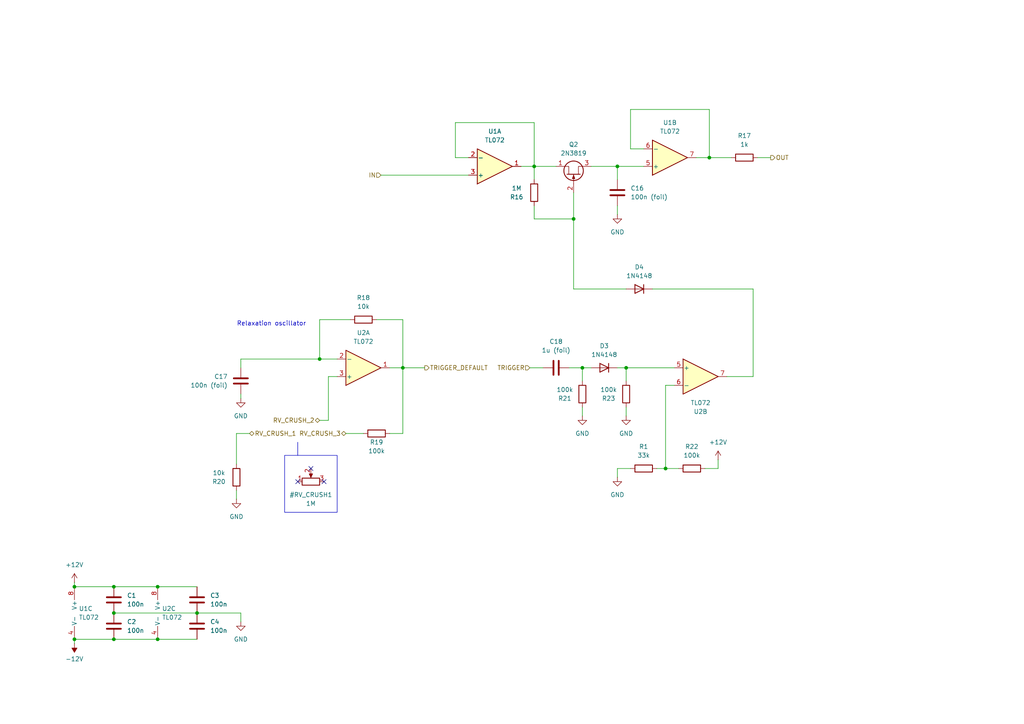
<source format=kicad_sch>
(kicad_sch (version 20250114) (generator "eeschema") (generator_version "9.0")
  (paper "A4")
  (lib_symbols
    (symbol "Amplifier_Operational:TL072" (pin_names (offset 0.127))
      (property "Reference" "U" (at 0 5.08 0))
      (property "Value" "TL072" (at 0 -5.08 0))
      (symbol "TL072_1_1"
        (polyline (pts (xy -5.08 5.08) (xy 5.08 0) (xy -5.08 -5.08) (xy -5.08 5.08)) (stroke (width 0.254)) (fill (type background)))
        (pin input line (at -7.62 2.54 0) (length 2.54) (name "+") (number "3"))
        (pin input line (at -7.62 -2.54 0) (length 2.54) (name "-") (number "2"))
        (pin output line (at 7.62 0 180) (length 2.54) (name "~") (number "1"))
      )
      (symbol "TL072_2_1"
        (polyline (pts (xy -5.08 5.08) (xy 5.08 0) (xy -5.08 -5.08) (xy -5.08 5.08)) (stroke (width 0.254)) (fill (type background)))
        (pin input line (at -7.62 2.54 0) (length 2.54) (name "+") (number "5"))
        (pin input line (at -7.62 -2.54 0) (length 2.54) (name "-") (number "6"))
        (pin output line (at 7.62 0 180) (length 2.54) (name "~") (number "7"))
      )
      (symbol "TL072_3_1"
        (pin power_in line (at -2.54 7.62 270) (length 3.81) (name "V+") (number "8"))
        (pin power_in line (at -2.54 -7.62 90) (length 3.81) (name "V-") (number "4"))
      )
    )
    (symbol "Device:C" (pin_numbers (hide yes)) (pin_names (offset 0.254))
      (property "Reference" "C" (at 0.635 2.54 0))
      (property "Value" "C" (at 0.635 -2.54 0))
      (symbol "C_0_1"
        (polyline (pts (xy -2.032 0.762) (xy 2.032 0.762)) (stroke (width 0.508)))
        (polyline (pts (xy -2.032 -0.762) (xy 2.032 -0.762)) (stroke (width 0.508)))
      )
      (symbol "C_1_1"
        (pin passive line (at 0 3.81 270) (length 2.794) (name "~") (number "1"))
        (pin passive line (at 0 -3.81 90) (length 2.794) (name "~") (number "2"))
      )
    )
    (symbol "Device:D" (pin_numbers (hide yes)) (pin_names (offset 1.016) (hide yes))
      (property "Reference" "D" (at 0 2.54 0))
      (property "Value" "D" (at 0 -2.54 0))
      (symbol "D_0_1"
        (polyline (pts (xy -1.27 1.27) (xy -1.27 -1.27)) (stroke (width 0.254)))
        (polyline (pts (xy 1.27 1.27) (xy 1.27 -1.27) (xy -1.27 0) (xy 1.27 1.27)) (stroke (width 0.254)))
        (polyline (pts (xy 1.27 0) (xy -1.27 0)))
      )
      (symbol "D_1_1"
        (pin passive line (at -3.81 0 0) (length 2.54) (name "K") (number "1"))
        (pin passive line (at 3.81 0 180) (length 2.54) (name "A") (number "2"))
      )
    )
    (symbol "Device:R" (pin_numbers (hide yes)) (pin_names (offset 0))
      (property "Reference" "R" (at 2.032 0 90))
      (property "Value" "R" (at 0 0 90))
      (symbol "R_0_1"
        (rectangle (start -1.016 -2.54) (end 1.016 2.54) (stroke (width 0.254)))
      )
      (symbol "R_1_1"
        (pin passive line (at 0 3.81 270) (length 1.27) (name "~") (number "1"))
        (pin passive line (at 0 -3.81 90) (length 1.27) (name "~") (number "2"))
      )
    )
    (symbol "Device:R_Potentiometer" (pin_names (offset 1.016) (hide yes))
      (property "Reference" "RV" (at -4.445 0 90))
      (property "Value" "R_Potentiometer" (at -2.54 0 90))
      (symbol "R_Potentiometer_0_1"
        (rectangle (start 1.016 2.54) (end -1.016 -2.54) (stroke (width 0.254)))
        (polyline (pts (xy 1.143 0) (xy 2.286 0.508) (xy 2.286 -0.508) (xy 1.143 0)) (fill (type outline)))
        (polyline (pts (xy 2.54 0) (xy 1.524 0)))
      )
      (symbol "R_Potentiometer_1_1"
        (pin passive line (at 0 3.81 270) (length 1.27) (name "1") (number "1"))
        (pin passive line (at 0 -3.81 90) (length 1.27) (name "3") (number "3"))
        (pin passive line (at 3.81 0 180) (length 1.27) (name "2") (number "2"))
      )
    )
    (symbol "Transistor_FET:2N3819" (pin_names (hide yes))
      (property "Reference" "Q" (at 5.08 1.905 0))
      (property "Value" "2N3819" (at 5.08 0 0))
      (symbol "2N3819_0_1"
        (polyline (pts (xy 0 0) (xy -1.016 0.381) (xy -1.016 -0.381) (xy 0 0)) (fill (type outline)))
        (polyline (pts (xy 0.254 1.905) (xy 0.254 -1.905)) (stroke (width 0.254)))
        (polyline (pts (xy 0.254 0) (xy -2.54 0)))
        (circle (center 1.27 0) (radius 2.8194) (stroke (width 0.254)))
        (polyline (pts (xy 2.54 2.54) (xy 2.54 1.397) (xy 0.254 1.397)))
        (polyline (pts (xy 2.54 -2.54) (xy 2.54 -1.397) (xy 0.254 -1.397)))
      )
      (symbol "2N3819_1_1"
        (pin input line (at -5.08 0 0) (length 2.54) (name "G") (number "2"))
        (pin passive line (at 2.54 5.08 270) (length 2.54) (name "D") (number "1"))
        (pin passive line (at 2.54 -5.08 90) (length 2.54) (name "S") (number "3"))
      )
    )
    (symbol "power:+12V" (power) (pin_numbers (hide yes)) (pin_names (offset 0) (hide yes))
      (property "Value" "+12V" (at 0 3.556 0))
      (symbol "+12V_0_1"
        (polyline (pts (xy -0.762 1.27) (xy 0 2.54)))
        (polyline (pts (xy 0 2.54) (xy 0.762 1.27)))
        (polyline (pts (xy 0 0) (xy 0 2.54)))
      )
      (symbol "+12V_1_1"
        (pin power_in line (at 0 0 90) (length 0) (name "~") (number "1"))
      )
    )
    (symbol "power:-12V" (power) (pin_numbers (hide yes)) (pin_names (offset 0) (hide yes))
      (property "Value" "-12V" (at 0 3.556 0))
      (symbol "-12V_0_0"
        (pin power_in line (at 0 0 90) (length 0) (name "~") (number "1"))
      )
      (symbol "-12V_0_1"
        (polyline (pts (xy 0 0) (xy 0 1.27) (xy 0.762 1.27) (xy 0 2.54) (xy -0.762 1.27) (xy 0 1.27)) (fill (type outline)))
      )
    )
    (symbol "power:GND" (power) (pin_numbers (hide yes)) (pin_names (offset 0) (hide yes))
      (property "Value" "GND" (at 0 -3.81 0))
      (symbol "GND_0_1"
        (polyline (pts (xy 0 0) (xy 0 -1.27) (xy 1.27 -1.27) (xy 0 -2.54) (xy -1.27 -1.27) (xy 0 -1.27)))
      )
      (symbol "GND_1_1"
        (pin power_in line (at 0 0 270) (length 0) (name "~") (number "1"))
      )
    )
  )
  (rectangle (start 82.55 132.08) (end 97.79 148.59))
  (text "Relaxation oscillator" (at 78.74 93.98 0) (effects (font (size 1.27 1.27))))
  (junction (at 179.07 48.26))
  (junction (at 45.72 185.42))
  (junction (at 92.71 104.14))
  (junction (at 21.59 170.18))
  (junction (at 33.02 185.42))
  (junction (at 21.59 185.42))
  (junction (at 168.91 106.68))
  (junction (at 166.37 63.5))
  (junction (at 45.72 170.18))
  (junction (at 205.74 45.72))
  (junction (at 57.15 177.8))
  (junction (at 116.84 106.68))
  (junction (at 193.04 135.89))
  (junction (at 33.02 170.18))
  (junction (at 154.94 48.26))
  (junction (at 33.02 177.8))
  (junction (at 181.61 106.68))
  (no_connect (at 93.98 139.7))
  (no_connect (at 90.17 135.89))
  (no_connect (at 86.36 139.7))
  (wire (pts (xy 110.49 50.8) (xy 135.89 50.8)))
  (wire (pts (xy 181.61 106.68) (xy 179.07 106.68)))
  (wire (pts (xy 218.44 109.22) (xy 210.82 109.22)))
  (wire (pts (xy 154.94 35.56) (xy 154.94 48.26)))
  (wire (pts (xy 179.07 62.23) (xy 179.07 59.69)))
  (wire (pts (xy 166.37 63.5) (xy 166.37 55.88)))
  (wire (pts (xy 205.74 31.75) (xy 205.74 45.72)))
  (wire (pts (xy 33.02 177.8) (xy 57.15 177.8)))
  (wire (pts (xy 116.84 92.71) (xy 116.84 106.68)))
  (wire (pts (xy 97.79 109.22) (xy 95.25 109.22)))
  (wire (pts (xy 113.03 125.73) (xy 116.84 125.73)))
  (wire (pts (xy 168.91 106.68) (xy 168.91 110.49)))
  (wire (pts (xy 154.94 63.5) (xy 166.37 63.5)))
  (wire (pts (xy 95.25 121.92) (xy 92.71 121.92)))
  (wire (pts (xy 223.52 45.72) (xy 219.71 45.72)))
  (polyline (pts (xy 86.36 128.27) (xy 86.36 132.08)))
  (wire (pts (xy 218.44 109.22) (xy 218.44 83.82)))
  (wire (pts (xy 45.72 170.18) (xy 57.15 170.18)))
  (wire (pts (xy 116.84 125.73) (xy 116.84 106.68)))
  (wire (pts (xy 182.88 43.18) (xy 182.88 31.75)))
  (wire (pts (xy 166.37 83.82) (xy 181.61 83.82)))
  (wire (pts (xy 132.08 35.56) (xy 154.94 35.56)))
  (wire (pts (xy 168.91 120.65) (xy 168.91 118.11)))
  (wire (pts (xy 21.59 168.91) (xy 21.59 170.18)))
  (wire (pts (xy 190.5 135.89) (xy 193.04 135.89)))
  (wire (pts (xy 72.39 125.73) (xy 68.58 125.73)))
  (wire (pts (xy 116.84 106.68) (xy 123.19 106.68)))
  (wire (pts (xy 182.88 135.89) (xy 179.07 135.89)))
  (wire (pts (xy 69.85 115.57) (xy 69.85 114.3)))
  (wire (pts (xy 92.71 92.71) (xy 92.71 104.14)))
  (wire (pts (xy 21.59 185.42) (xy 33.02 185.42)))
  (wire (pts (xy 68.58 144.78) (xy 68.58 142.24)))
  (wire (pts (xy 208.28 133.35) (xy 208.28 135.89)))
  (wire (pts (xy 154.94 48.26) (xy 151.13 48.26)))
  (wire (pts (xy 205.74 45.72) (xy 201.93 45.72)))
  (wire (pts (xy 182.88 31.75) (xy 205.74 31.75)))
  (wire (pts (xy 68.58 125.73) (xy 68.58 134.62)))
  (wire (pts (xy 45.72 185.42) (xy 57.15 185.42)))
  (wire (pts (xy 21.59 186.69) (xy 21.59 185.42)))
  (wire (pts (xy 101.6 92.71) (xy 92.71 92.71)))
  (wire (pts (xy 218.44 83.82) (xy 189.23 83.82)))
  (wire (pts (xy 154.94 48.26) (xy 154.94 52.07)))
  (wire (pts (xy 92.71 104.14) (xy 97.79 104.14)))
  (wire (pts (xy 153.67 106.68) (xy 157.48 106.68)))
  (wire (pts (xy 69.85 180.34) (xy 69.85 177.8)))
  (wire (pts (xy 208.28 135.89) (xy 204.47 135.89)))
  (wire (pts (xy 33.02 185.42) (xy 45.72 185.42)))
  (wire (pts (xy 193.04 135.89) (xy 193.04 111.76)))
  (wire (pts (xy 193.04 135.89) (xy 196.85 135.89)))
  (wire (pts (xy 205.74 45.72) (xy 212.09 45.72)))
  (wire (pts (xy 109.22 92.71) (xy 116.84 92.71)))
  (wire (pts (xy 181.61 106.68) (xy 181.61 110.49)))
  (wire (pts (xy 154.94 48.26) (xy 161.29 48.26)))
  (wire (pts (xy 21.59 170.18) (xy 33.02 170.18)))
  (wire (pts (xy 166.37 63.5) (xy 166.37 83.82)))
  (wire (pts (xy 171.45 106.68) (xy 168.91 106.68)))
  (wire (pts (xy 179.07 48.26) (xy 179.07 52.07)))
  (wire (pts (xy 69.85 104.14) (xy 92.71 104.14)))
  (wire (pts (xy 69.85 106.68) (xy 69.85 104.14)))
  (wire (pts (xy 132.08 45.72) (xy 132.08 35.56)))
  (wire (pts (xy 179.07 135.89) (xy 179.07 138.43)))
  (wire (pts (xy 135.89 45.72) (xy 132.08 45.72)))
  (wire (pts (xy 195.58 106.68) (xy 181.61 106.68)))
  (wire (pts (xy 181.61 120.65) (xy 181.61 118.11)))
  (wire (pts (xy 95.25 109.22) (xy 95.25 121.92)))
  (wire (pts (xy 171.45 48.26) (xy 179.07 48.26)))
  (wire (pts (xy 154.94 59.69) (xy 154.94 63.5)))
  (wire (pts (xy 168.91 106.68) (xy 165.1 106.68)))
  (wire (pts (xy 100.33 125.73) (xy 105.41 125.73)))
  (wire (pts (xy 33.02 170.18) (xy 45.72 170.18)))
  (wire (pts (xy 179.07 48.26) (xy 186.69 48.26)))
  (wire (pts (xy 186.69 43.18) (xy 182.88 43.18)))
  (wire (pts (xy 193.04 111.76) (xy 195.58 111.76)))
  (wire (pts (xy 69.85 177.8) (xy 57.15 177.8)))
  (wire (pts (xy 116.84 106.68) (xy 113.03 106.68)))
  (hierarchical_label "RV_CRUSH_2" (shape bidirectional) (at 92.71 121.92 180))
  (hierarchical_label "RV_CRUSH_3" (shape bidirectional) (at 100.33 125.73 180))
  (hierarchical_label "OUT" (shape output) (at 223.52 45.72 0))
  (hierarchical_label "TRIGGER" (shape input) (at 153.67 106.68 180))
  (hierarchical_label "IN" (shape input) (at 110.49 50.8 180))
  (hierarchical_label "RV_CRUSH_1" (shape bidirectional) (at 72.39 125.73 0))
  (hierarchical_label "TRIGGER_DEFAULT" (shape output) (at 123.19 106.68 0))
  (symbol (lib_id "Amplifier_Operational:TL072") (at 48.26 177.8 0) (unit 3)
    (property "Reference" "U2" (at 46.99 176.53 0) (effects (justify left)))
    (property "Value" "TL072" (at 46.99 179.07 0) (effects (justify left)))
    (property "Footprint" "Package_SO:SOIC-8_3.9x4.9mm_P1.27mm" (effects (hide yes)))
    (property "Datasheet" "http://www.ti.com/lit/ds/symlink/tl071.pdf" (effects (hide yes)))
    (property "LCSC" "C6961" (effects (hide yes)))
    (property "Vendor" "JLCPCB" (effects (hide yes)))
  )
  (symbol (lib_id "power:+12V") (at 208.28 133.35 0) (unit 1)
    (property "Reference" "#PWR035" (effects (hide yes)))
    (property "Value" "+12V" (at 208.28 128.27 0))
    (property "Description" "Power symbol creates a global label with name \"+12V\"" (effects (hide yes)))
  )
  (symbol (lib_id "power:GND") (at 179.07 62.23 0) (unit 1)
    (property "Reference" "#PWR030" (effects (hide yes)))
    (property "Value" "GND" (at 179.07 67.31 0))
    (property "Description" "Power symbol creates a global label with name \"GND\" , ground" (effects (hide yes)))
  )
  (symbol (lib_id "Device:R") (at 200.66 135.89 90) (unit 1)
    (property "Reference" "R22" (at 200.66 129.54 90))
    (property "Value" "100k" (at 200.66 132.08 90))
    (property "Footprint" "Resistor_SMD:R_0603_1608Metric" (effects (hide yes)))
    (property "LCSC" "C25803" (effects (hide yes)))
    (property "Vendor" "JLCPCB" (effects (hide yes)))
  )
  (symbol (lib_id "Device:C") (at 33.02 181.61 0) (unit 1)
    (property "Reference" "C2" (at 36.83 180.34 0) (effects (justify left)))
    (property "Value" "100n" (at 36.83 182.88 0) (effects (justify left)))
    (property "Footprint" "Capacitor_SMD:C_0603_1608Metric" (effects (hide yes)))
    (property "LCSC" "C14663" (effects (hide yes)))
    (property "Vendor" "JLCPCB" (effects (hide yes)))
  )
  (symbol (lib_id "power:-12V") (at 21.59 186.69 180) (unit 1)
    (property "Reference" "#PWR02" (effects (hide yes)))
    (property "Value" "-12V" (at 21.59 191.135 0))
    (property "Description" "Power symbol creates a global label with name \"-12V\"" (effects (hide yes)))
  )
  (symbol (lib_id "Device:C") (at 179.07 55.88 0) (unit 1)
    (property "Reference" "C16" (at 182.88 54.6099 0) (effects (justify left)))
    (property "Value" "100n (foil)" (at 182.88 57.1499 0) (effects (justify left)))
    (property "Footprint" "Capacitor_THT:C_Rect_L7.2mm_W2.5mm_P5.00mm_FKS2_FKP2_MKS2_MKP2" (effects (hide yes)))
    (property "Description" "Unpolarized capacitor" (effects (hide yes)))
  )
  (symbol (lib_id "Device:R") (at 181.61 114.3 180) (unit 1)
    (property "Reference" "R23" (at 176.53 115.57 0))
    (property "Value" "100k" (at 176.53 113.03 0))
    (property "Footprint" "Resistor_SMD:R_0603_1608Metric" (effects (hide yes)))
    (property "LCSC" "C25803" (effects (hide yes)))
    (property "Vendor" "JLCPCB" (effects (hide yes)))
  )
  (symbol (lib_id "Device:R") (at 168.91 114.3 180) (unit 1)
    (property "Reference" "R21" (at 163.83 115.57 0))
    (property "Value" "100k" (at 163.83 113.03 0))
    (property "Footprint" "Resistor_SMD:R_0603_1608Metric" (effects (hide yes)))
    (property "LCSC" "C25803" (effects (hide yes)))
    (property "Vendor" "JLCPCB" (effects (hide yes)))
  )
  (symbol (lib_id "Device:R") (at 154.94 55.88 180) (unit 1)
    (property "Reference" "R16" (at 149.86 57.15 0))
    (property "Value" "1M" (at 149.86 54.61 0))
    (property "Footprint" "Resistor_SMD:R_0603_1608Metric" (effects (hide yes)))
    (property "Vendor" "JLCPCB" (effects (hide yes)))
  )
  (symbol (lib_id "Device:D") (at 175.26 106.68 0) (mirror y) (unit 1)
    (property "Reference" "D3" (at 175.26 100.33 0))
    (property "Value" "1N4148" (at 175.26 102.87 0))
    (property "Footprint" "Diode_SMD:D_SOD-123" (effects (hide yes)))
    (property "LCSC" "C81598" (effects (hide yes)))
    (property "Sim.Device" "D" (effects (hide yes)))
    (property "Sim.Pins" "1=K 2=A" (effects (hide yes)))
    (property "Vendor" "JLCPCB" (effects (hide yes)))
  )
  (symbol (lib_id "Device:R") (at 186.69 135.89 90) (unit 1)
    (property "Reference" "R1" (at 186.69 129.54 90))
    (property "Value" "33k" (at 186.69 132.08 90))
    (property "Footprint" "Resistor_SMD:R_0603_1608Metric" (effects (hide yes)))
    (property "Vendor" "JLCPCB" (effects (hide yes)))
  )
  (symbol (lib_id "Device:R") (at 215.9 45.72 90) (unit 1)
    (property "Reference" "R17" (at 215.9 39.37 90))
    (property "Value" "1k" (at 215.9 41.91 90))
    (property "Footprint" "Resistor_SMD:R_0603_1608Metric" (effects (hide yes)))
    (property "LCSC" "C21190" (effects (hide yes)))
    (property "Vendor" "JLCPCB" (effects (hide yes)))
  )
  (symbol (lib_id "power:GND") (at 179.07 138.43 0) (unit 1)
    (property "Reference" "#PWR034" (effects (hide yes)))
    (property "Value" "GND" (at 179.07 143.51 0))
    (property "Description" "Power symbol creates a global label with name \"GND\" , ground" (effects (hide yes)))
  )
  (symbol (lib_id "power:GND") (at 181.61 120.65 0) (unit 1)
    (property "Reference" "#PWR036" (effects (hide yes)))
    (property "Value" "GND" (at 181.61 125.73 0))
    (property "Description" "Power symbol creates a global label with name \"GND\" , ground" (effects (hide yes)))
  )
  (symbol (lib_id "power:GND") (at 69.85 115.57 0) (unit 1)
    (property "Reference" "#PWR032" (effects (hide yes)))
    (property "Value" "GND" (at 69.85 120.65 0))
    (property "Description" "Power symbol creates a global label with name \"GND\" , ground" (effects (hide yes)))
  )
  (symbol (lib_id "Amplifier_Operational:TL072") (at 143.51 48.26 0) (mirror x) (unit 1)
    (property "Reference" "U1" (at 143.51 38.1 0))
    (property "Value" "TL072" (at 143.51 40.64 0))
    (property "Footprint" "Package_SO:SOIC-8_3.9x4.9mm_P1.27mm" (effects (hide yes)))
    (property "Datasheet" "http://www.ti.com/lit/ds/symlink/tl071.pdf" (effects (hide yes)))
    (property "LCSC" "C6961" (effects (hide yes)))
    (property "Vendor" "JLCPCB" (effects (hide yes)))
  )
  (symbol (lib_id "Device:R") (at 109.22 125.73 90) (unit 1)
    (property "Reference" "R19" (at 109.22 128.27 90))
    (property "Value" "100k" (at 109.22 130.81 90))
    (property "Footprint" "Resistor_SMD:R_0603_1608Metric" (effects (hide yes)))
    (property "LCSC" "C25803" (effects (hide yes)))
    (property "Vendor" "JLCPCB" (effects (hide yes)))
  )
  (symbol (lib_id "Device:R") (at 105.41 92.71 90) (unit 1)
    (property "Reference" "R18" (at 105.41 86.36 90))
    (property "Value" "10k" (at 105.41 88.9 90))
    (property "Footprint" "Resistor_SMD:R_0603_1608Metric" (effects (hide yes)))
    (property "LCSC" "C25804" (effects (hide yes)))
    (property "Vendor" "JLCPCB" (effects (hide yes)))
  )
  (symbol (lib_id "Amplifier_Operational:TL072") (at 105.41 106.68 0) (mirror x) (unit 1)
    (property "Reference" "U2" (at 105.41 96.52 0))
    (property "Value" "TL072" (at 105.41 99.06 0))
    (property "Footprint" "Package_SO:SOIC-8_3.9x4.9mm_P1.27mm" (effects (hide yes)))
    (property "Datasheet" "http://www.ti.com/lit/ds/symlink/tl071.pdf" (effects (hide yes)))
    (property "LCSC" "C6961" (effects (hide yes)))
    (property "Vendor" "JLCPCB" (effects (hide yes)))
  )
  (symbol (lib_id "power:GND") (at 68.58 144.78 0) (unit 1)
    (property "Reference" "#PWR031" (effects (hide yes)))
    (property "Value" "GND" (at 68.58 149.86 0))
    (property "Description" "Power symbol creates a global label with name \"GND\" , ground" (effects (hide yes)))
  )
  (symbol (lib_id "Device:C") (at 57.15 173.99 0) (unit 1)
    (property "Reference" "C3" (at 60.96 172.72 0) (effects (justify left)))
    (property "Value" "100n" (at 60.96 175.26 0) (effects (justify left)))
    (property "Footprint" "Capacitor_SMD:C_0603_1608Metric" (effects (hide yes)))
    (property "LCSC" "C14663" (effects (hide yes)))
    (property "Vendor" "JLCPCB" (effects (hide yes)))
  )
  (symbol (lib_id "power:+12V") (at 21.59 168.91 0) (unit 1)
    (property "Reference" "#PWR01" (effects (hide yes)))
    (property "Value" "+12V" (at 21.59 163.83 0))
    (property "Description" "Power symbol creates a global label with name \"+12V\"" (effects (hide yes)))
  )
  (symbol (lib_id "Device:R_Potentiometer") (at 90.17 139.7 90) (unit 1)
    (property "Reference" "#RV_CRUSH1" (at 90.17 143.51 90))
    (property "Value" "1M" (at 90.17 146.05 90))
    (property "Description" "Potentiometer" (effects (hide yes)))
  )
  (symbol (lib_id "Amplifier_Operational:TL072") (at 194.31 45.72 0) (mirror x) (unit 2)
    (property "Reference" "U1" (at 194.31 35.56 0))
    (property "Value" "TL072" (at 194.31 38.1 0))
    (property "Footprint" "Package_SO:SOIC-8_3.9x4.9mm_P1.27mm" (effects (hide yes)))
    (property "Datasheet" "http://www.ti.com/lit/ds/symlink/tl071.pdf" (effects (hide yes)))
    (property "LCSC" "C6961" (effects (hide yes)))
    (property "Vendor" "JLCPCB" (effects (hide yes)))
  )
  (symbol (lib_id "power:GND") (at 168.91 120.65 0) (unit 1)
    (property "Reference" "#PWR033" (effects (hide yes)))
    (property "Value" "GND" (at 168.91 125.73 0))
    (property "Description" "Power symbol creates a global label with name \"GND\" , ground" (effects (hide yes)))
  )
  (symbol (lib_id "Amplifier_Operational:TL072") (at 203.2 109.22 0) (unit 2)
    (property "Reference" "U2" (at 203.2 119.38 0))
    (property "Value" "TL072" (at 203.2 116.84 0))
    (property "Footprint" "Package_SO:SOIC-8_3.9x4.9mm_P1.27mm" (effects (hide yes)))
    (property "Datasheet" "http://www.ti.com/lit/ds/symlink/tl071.pdf" (effects (hide yes)))
    (property "LCSC" "C6961" (effects (hide yes)))
    (property "Vendor" "JLCPCB" (effects (hide yes)))
  )
  (symbol (lib_id "Device:R") (at 68.58 138.43 180) (unit 1)
    (property "Reference" "R20" (at 63.5 139.7 0))
    (property "Value" "10k" (at 63.5 137.16 0))
    (property "Footprint" "Resistor_SMD:R_0603_1608Metric" (effects (hide yes)))
    (property "LCSC" "C25804" (effects (hide yes)))
    (property "Vendor" "JLCPCB" (effects (hide yes)))
  )
  (symbol (lib_id "Device:C") (at 161.29 106.68 90) (unit 1)
    (property "Reference" "C18" (at 161.29 99.06 90))
    (property "Value" "1u (foil)" (at 161.29 101.6 90))
    (property "Footprint" "Capacitor_THT:C_Rect_L7.0mm_W4.5mm_P5.00mm" (effects (hide yes)))
    (property "Description" "Unpolarized capacitor" (effects (hide yes)))
  )
  (symbol (lib_id "Amplifier_Operational:TL072") (at 24.13 177.8 0) (unit 3)
    (property "Reference" "U1" (at 22.86 176.53 0) (effects (justify left)))
    (property "Value" "TL072" (at 22.86 179.07 0) (effects (justify left)))
    (property "Footprint" "Package_SO:SOIC-8_3.9x4.9mm_P1.27mm" (effects (hide yes)))
    (property "Datasheet" "http://www.ti.com/lit/ds/symlink/tl071.pdf" (effects (hide yes)))
    (property "LCSC" "C6961" (effects (hide yes)))
    (property "Vendor" "JLCPCB" (effects (hide yes)))
  )
  (symbol (lib_id "Device:C") (at 57.15 181.61 0) (unit 1)
    (property "Reference" "C4" (at 60.96 180.34 0) (effects (justify left)))
    (property "Value" "100n" (at 60.96 182.88 0) (effects (justify left)))
    (property "Footprint" "Capacitor_SMD:C_0603_1608Metric" (effects (hide yes)))
    (property "LCSC" "C14663" (effects (hide yes)))
    (property "Vendor" "JLCPCB" (effects (hide yes)))
  )
  (symbol (lib_id "power:GND") (at 69.85 180.34 0) (unit 1)
    (property "Reference" "#PWR03" (effects (hide yes)))
    (property "Value" "GND" (at 69.85 185.42 0))
    (property "Description" "Power symbol creates a global label with name \"GND\" , ground" (effects (hide yes)))
  )
  (symbol (lib_id "Device:C") (at 69.85 110.49 0) (mirror y) (unit 1)
    (property "Reference" "C17" (at 66.04 109.2199 0) (effects (justify left)))
    (property "Value" "100n (foil)" (at 66.04 111.7599 0) (effects (justify left)))
    (property "Footprint" "Capacitor_THT:C_Rect_L7.2mm_W2.5mm_P5.00mm_FKS2_FKP2_MKS2_MKP2" (effects (hide yes)))
    (property "Description" "Unpolarized capacitor" (effects (hide yes)))
  )
  (symbol (lib_id "Transistor_FET:2N3819") (at 166.37 50.8 90) (unit 1)
    (property "Reference" "Q2" (at 166.37 41.91 90))
    (property "Value" "2N3819" (at 166.37 44.45 90))
    (property "Footprint" "Package_TO_SOT_THT:TO-92_Inline_Wide" (effects (hide yes)))
    (property "Datasheet" "https://my.centralsemi.com/datasheets/2N3819.PDF" (effects (hide yes)))
    (property "Description" "20mA Id, 25V Vgs, N-Channel JFET Transistor, TO-92" (effects (hide yes)))
  )
  (symbol (lib_id "Device:C") (at 33.02 173.99 0) (unit 1)
    (property "Reference" "C1" (at 36.83 172.72 0) (effects (justify left)))
    (property "Value" "100n" (at 36.83 175.26 0) (effects (justify left)))
    (property "Footprint" "Capacitor_SMD:C_0603_1608Metric" (effects (hide yes)))
    (property "LCSC" "C14663" (effects (hide yes)))
    (property "Vendor" "JLCPCB" (effects (hide yes)))
  )
  (symbol (lib_id "Device:D") (at 185.42 83.82 0) (mirror y) (unit 1)
    (property "Reference" "D4" (at 185.42 77.47 0))
    (property "Value" "1N4148" (at 185.42 80.01 0))
    (property "Footprint" "Diode_SMD:D_SOD-123" (effects (hide yes)))
    (property "LCSC" "C81598" (effects (hide yes)))
    (property "Sim.Device" "D" (effects (hide yes)))
    (property "Sim.Pins" "1=K 2=A" (effects (hide yes)))
    (property "Vendor" "JLCPCB" (effects (hide yes)))
  )
)
</source>
